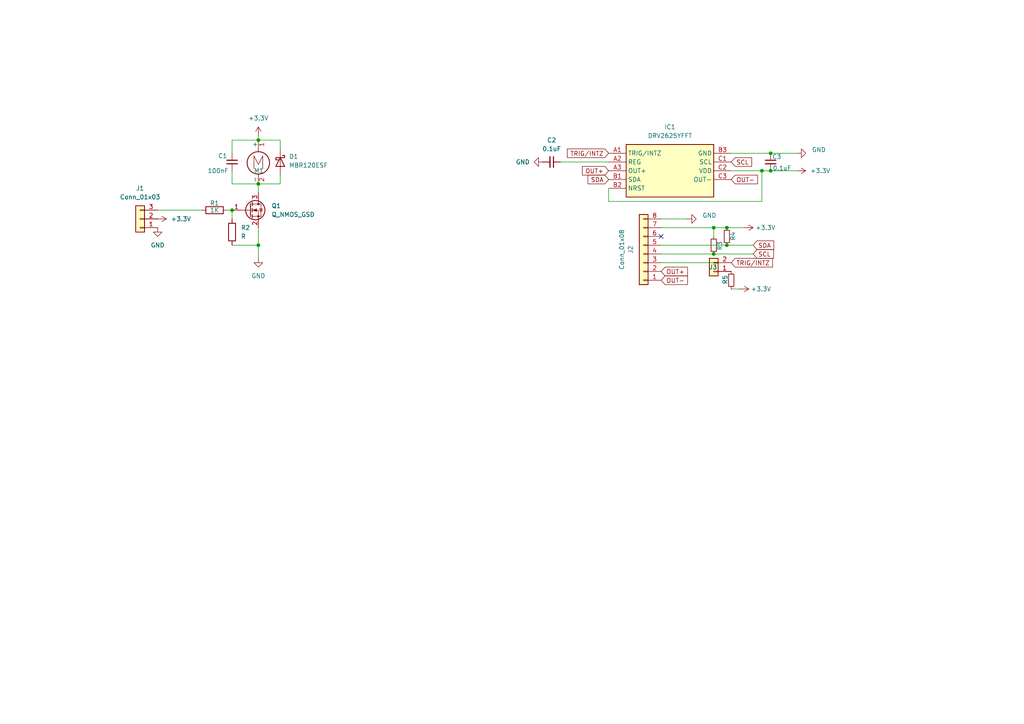
<source format=kicad_sch>
(kicad_sch (version 20231120) (generator "eeschema") (generator_version "8.0")
  (paper "A4")
  (lib_symbols
    (symbol "Connector_Generic:Conn_01x02" (pin_names (offset 1.016) hide)
      (property "Reference" "J" (at 0 2.54 0))
      (property "Value" "Conn_01x02" (at 0 -5.08 0))
      (symbol "Conn_01x02_1_1"
        (rectangle (start -1.27 -2.413) (end 0 -2.667) (stroke (width 0.1524)))
        (rectangle (start -1.27 0.127) (end 0 -0.127) (stroke (width 0.1524)))
        (rectangle (start -1.27 1.27) (end 1.27 -3.81) (stroke (width 0.254)) (fill (type background)))
        (pin passive line (at -5.08 0 0) (length 3.81) (name "Pin_1") (number "1"))
        (pin passive line (at -5.08 -2.54 0) (length 3.81) (name "Pin_2") (number "2"))
      )
    )
    (symbol "Connector_Generic:Conn_01x03" (pin_names (offset 1.016) hide)
      (property "Reference" "J" (at 0 5.08 0))
      (property "Value" "Conn_01x03" (at 0 -5.08 0))
      (symbol "Conn_01x03_1_1"
        (rectangle (start -1.27 -2.413) (end 0 -2.667) (stroke (width 0.1524)))
        (rectangle (start -1.27 0.127) (end 0 -0.127) (stroke (width 0.1524)))
        (rectangle (start -1.27 2.667) (end 0 2.413) (stroke (width 0.1524)))
        (rectangle (start -1.27 3.81) (end 1.27 -3.81) (stroke (width 0.254)) (fill (type background)))
        (pin passive line (at -5.08 2.54 0) (length 3.81) (name "Pin_1") (number "1"))
        (pin passive line (at -5.08 0 0) (length 3.81) (name "Pin_2") (number "2"))
        (pin passive line (at -5.08 -2.54 0) (length 3.81) (name "Pin_3") (number "3"))
      )
    )
    (symbol "Connector_Generic:Conn_01x08" (pin_names (offset 1.016) hide)
      (property "Reference" "J" (at 0 10.16 0))
      (property "Value" "Conn_01x08" (at 0 -12.7 0))
      (symbol "Conn_01x08_1_1"
        (rectangle (start -1.27 -10.033) (end 0 -10.287) (stroke (width 0.1524)))
        (rectangle (start -1.27 -7.493) (end 0 -7.747) (stroke (width 0.1524)))
        (rectangle (start -1.27 -4.953) (end 0 -5.207) (stroke (width 0.1524)))
        (rectangle (start -1.27 -2.413) (end 0 -2.667) (stroke (width 0.1524)))
        (rectangle (start -1.27 0.127) (end 0 -0.127) (stroke (width 0.1524)))
        (rectangle (start -1.27 2.667) (end 0 2.413) (stroke (width 0.1524)))
        (rectangle (start -1.27 5.207) (end 0 4.953) (stroke (width 0.1524)))
        (rectangle (start -1.27 7.747) (end 0 7.493) (stroke (width 0.1524)))
        (rectangle (start -1.27 8.89) (end 1.27 -11.43) (stroke (width 0.254)) (fill (type background)))
        (pin passive line (at -5.08 7.62 0) (length 3.81) (name "Pin_1") (number "1"))
        (pin passive line (at -5.08 5.08 0) (length 3.81) (name "Pin_2") (number "2"))
        (pin passive line (at -5.08 2.54 0) (length 3.81) (name "Pin_3") (number "3"))
        (pin passive line (at -5.08 0 0) (length 3.81) (name "Pin_4") (number "4"))
        (pin passive line (at -5.08 -2.54 0) (length 3.81) (name "Pin_5") (number "5"))
        (pin passive line (at -5.08 -5.08 0) (length 3.81) (name "Pin_6") (number "6"))
        (pin passive line (at -5.08 -7.62 0) (length 3.81) (name "Pin_7") (number "7"))
        (pin passive line (at -5.08 -10.16 0) (length 3.81) (name "Pin_8") (number "8"))
      )
    )
    (symbol "DRV2625YFFT:DRV2625YFFT"
      (property "Reference" "IC" (at 31.75 7.62 0))
      (property "Value" "DRV2625YFFT" (at 31.75 5.08 0))
      (symbol "DRV2625YFFT_1_1"
        (rectangle (start 5.08 2.54) (end 30.48 -12.7) (stroke (width 0.254)) (fill (type background)))
        (pin passive line (at 0 0 0) (length 5.08) (name "TRIG/INTZ") (number "A1"))
        (pin passive line (at 0 -2.54 0) (length 5.08) (name "REG") (number "A2"))
        (pin passive line (at 0 -5.08 0) (length 5.08) (name "OUT+") (number "A3"))
        (pin passive line (at 0 -7.62 0) (length 5.08) (name "SDA") (number "B1"))
        (pin passive line (at 0 -10.16 0) (length 5.08) (name "NRST") (number "B2"))
        (pin passive line (at 35.56 0 180) (length 5.08) (name "GND") (number "B3"))
        (pin passive line (at 35.56 -2.54 180) (length 5.08) (name "SCL") (number "C1"))
        (pin passive line (at 35.56 -5.08 180) (length 5.08) (name "VDD") (number "C2"))
        (pin passive line (at 35.56 -7.62 180) (length 5.08) (name "OUT-") (number "C3"))
      )
    )
    (symbol "Device:C_Small" (pin_numbers hide) (pin_names (offset 0.254) hide)
      (property "Reference" "C" (at 0.254 1.778 0))
      (property "Value" "C_Small" (at 0.254 -2.032 0))
      (symbol "C_Small_0_1"
        (polyline (pts (xy -1.524 -0.508) (xy 1.524 -0.508)) (stroke (width 0.3302)))
        (polyline (pts (xy -1.524 0.508) (xy 1.524 0.508)) (stroke (width 0.3048)))
      )
      (symbol "C_Small_1_1"
        (pin passive line (at 0 2.54 270) (length 2.032) (name "~") (number "1"))
        (pin passive line (at 0 -2.54 90) (length 2.032) (name "~") (number "2"))
      )
    )
    (symbol "Device:D_Schottky" (pin_numbers hide) (pin_names (offset 1.016) hide)
      (property "Reference" "D" (at 0 2.54 0))
      (property "Value" "D_Schottky" (at 0 -2.54 0))
      (symbol "D_Schottky_0_1"
        (polyline (pts (xy 1.27 0) (xy -1.27 0)))
        (polyline (pts (xy 1.27 1.27) (xy 1.27 -1.27) (xy -1.27 0) (xy 1.27 1.27)) (stroke (width 0.254)))
        (polyline (pts (xy -1.905 0.635) (xy -1.905 1.27) (xy -1.27 1.27) (xy -1.27 -1.27) (xy -0.635 -1.27) (xy -0.635 -0.635)) (stroke (width 0.254)))
      )
      (symbol "D_Schottky_1_1"
        (pin passive line (at -3.81 0 0) (length 2.54) (name "K") (number "1"))
        (pin passive line (at 3.81 0 180) (length 2.54) (name "A") (number "2"))
      )
    )
    (symbol "Device:Q_NMOS_GSD" (pin_names (offset 0) hide)
      (property "Reference" "Q" (at 5.08 1.27 0))
      (property "Value" "Q_NMOS_GSD" (at 5.08 -1.27 0))
      (symbol "Q_NMOS_GSD_0_1"
        (polyline (pts (xy 0.254 0) (xy -2.54 0)))
        (polyline (pts (xy 0.254 1.905) (xy 0.254 -1.905)) (stroke (width 0.254)))
        (polyline (pts (xy 0.762 -1.27) (xy 0.762 -2.286)) (stroke (width 0.254)))
        (polyline (pts (xy 0.762 0.508) (xy 0.762 -0.508)) (stroke (width 0.254)))
        (polyline (pts (xy 0.762 2.286) (xy 0.762 1.27)) (stroke (width 0.254)))
        (polyline (pts (xy 2.54 2.54) (xy 2.54 1.778)))
        (polyline (pts (xy 2.54 -2.54) (xy 2.54 0) (xy 0.762 0)))
        (polyline (pts (xy 0.762 -1.778) (xy 3.302 -1.778) (xy 3.302 1.778) (xy 0.762 1.778)))
        (polyline (pts (xy 1.016 0) (xy 2.032 0.381) (xy 2.032 -0.381) (xy 1.016 0)) (fill (type outline)))
        (polyline (pts (xy 2.794 0.508) (xy 2.921 0.381) (xy 3.683 0.381) (xy 3.81 0.254)))
        (polyline (pts (xy 3.302 0.381) (xy 2.921 -0.254) (xy 3.683 -0.254) (xy 3.302 0.381)))
        (circle (center 1.651 0) (radius 2.794) (stroke (width 0.254)))
        (circle (center 2.54 -1.778) (radius 0.254) (fill (type outline)))
        (circle (center 2.54 1.778) (radius 0.254) (fill (type outline)))
      )
      (symbol "Q_NMOS_GSD_1_1"
        (pin input line (at -5.08 0 0) (length 2.54) (name "G") (number "1"))
        (pin passive line (at 2.54 -5.08 90) (length 2.54) (name "S") (number "2"))
        (pin passive line (at 2.54 5.08 270) (length 2.54) (name "D") (number "3"))
      )
    )
    (symbol "Device:R" (pin_numbers hide) (pin_names (offset 0))
      (property "Reference" "R" (at 2.032 0 90))
      (property "Value" "R" (at 0 0 90))
      (symbol "R_0_1"
        (rectangle (start -1.016 -2.54) (end 1.016 2.54) (stroke (width 0.254)))
      )
      (symbol "R_1_1"
        (pin passive line (at 0 3.81 270) (length 1.27) (name "~") (number "1"))
        (pin passive line (at 0 -3.81 90) (length 1.27) (name "~") (number "2"))
      )
    )
    (symbol "Device:R_Small" (pin_numbers hide) (pin_names (offset 0.254) hide)
      (property "Reference" "R" (at 0.762 0.508 0))
      (property "Value" "R_Small" (at 0.762 -1.016 0))
      (symbol "R_Small_0_1"
        (rectangle (start -0.762 1.778) (end 0.762 -1.778) (stroke (width 0.2032)))
      )
      (symbol "R_Small_1_1"
        (pin passive line (at 0 2.54 270) (length 0.762) (name "~") (number "1"))
        (pin passive line (at 0 -2.54 90) (length 0.762) (name "~") (number "2"))
      )
    )
    (symbol "Motor:Motor_DC" (pin_names (offset 0))
      (property "Reference" "M" (at 2.54 2.54 0))
      (property "Value" "Motor_DC" (at 2.54 -5.08 0))
      (symbol "Motor_DC_0_0"
        (polyline (pts (xy -1.27 -3.302) (xy -1.27 0.508) (xy 0 -2.032) (xy 1.27 0.508) (xy 1.27 -3.302)))
      )
      (symbol "Motor_DC_0_1"
        (circle (center 0 -1.524) (radius 3.2512) (stroke (width 0.254)))
        (polyline (pts (xy 0 -7.62) (xy 0 -7.112)))
        (polyline (pts (xy 0 -4.7752) (xy 0 -5.1816)))
        (polyline (pts (xy 0 1.7272) (xy 0 2.0828)))
        (polyline (pts (xy 0 2.032) (xy 0 2.54)))
      )
      (symbol "Motor_DC_1_1"
        (pin passive line (at 0 5.08 270) (length 2.54) (name "+") (number "1"))
        (pin passive line (at 0 -7.62 90) (length 2.54) (name "-") (number "2"))
      )
    )
    (symbol "power:+3.3V" (power) (pin_numbers hide) (pin_names (offset 0) hide)
      (property "Value" "+3.3V" (at 0 3.556 0))
      (symbol "+3.3V_0_1"
        (polyline (pts (xy -0.762 1.27) (xy 0 2.54)))
        (polyline (pts (xy 0 0) (xy 0 2.54)))
        (polyline (pts (xy 0 2.54) (xy 0.762 1.27)))
      )
      (symbol "+3.3V_1_1"
        (pin power_in line (at 0 0 90) (length 0) (name "~") (number "1"))
      )
    )
    (symbol "power:GND" (power) (pin_numbers hide) (pin_names (offset 0) hide)
      (property "Value" "GND" (at 0 -3.81 0))
      (symbol "GND_0_1"
        (polyline (pts (xy 0 0) (xy 0 -1.27) (xy 1.27 -1.27) (xy 0 -2.54) (xy -1.27 -1.27) (xy 0 -1.27)))
      )
      (symbol "GND_1_1"
        (pin power_in line (at 0 0 270) (length 0) (name "~") (number "1"))
      )
    )
  )
  (junction (at 207.01 73.66))
  (junction (at 74.93 40.64))
  (junction (at 74.93 53.34))
  (junction (at 223.52 49.53))
  (junction (at 74.93 71.12))
  (junction (at 207.01 66.04))
  (junction (at 220.98 49.53))
  (junction (at 223.52 44.45))
  (junction (at 210.82 66.04))
  (junction (at 210.82 71.12))
  (junction (at 67.31 60.96))
  (no_connect (at 191.77 68.58))
  (wire (pts (xy 67.31 49.53) (xy 67.31 53.34)))
  (wire (pts (xy 66.04 60.96) (xy 67.31 60.96)))
  (wire (pts (xy 67.31 71.12) (xy 74.93 71.12)))
  (wire (pts (xy 210.82 71.12) (xy 191.77 71.12)))
  (wire (pts (xy 162.56 46.99) (xy 176.53 46.99)))
  (wire (pts (xy 199.39 63.5) (xy 191.77 63.5)))
  (wire (pts (xy 223.52 44.45) (xy 212.09 44.45)))
  (wire (pts (xy 223.52 49.53) (xy 231.14 49.53)))
  (wire (pts (xy 207.01 66.04) (xy 207.01 68.58)))
  (wire (pts (xy 67.31 60.96) (xy 67.31 63.5)))
  (wire (pts (xy 215.9 66.04) (xy 210.82 66.04)))
  (wire (pts (xy 74.93 40.64) (xy 67.31 40.64)))
  (wire (pts (xy 212.09 49.53) (xy 220.98 49.53)))
  (wire (pts (xy 45.72 60.96) (xy 58.42 60.96)))
  (wire (pts (xy 74.93 53.34) (xy 74.93 55.88)))
  (wire (pts (xy 231.14 44.45) (xy 223.52 44.45)))
  (wire (pts (xy 81.28 50.8) (xy 81.28 53.34)))
  (wire (pts (xy 210.82 66.04) (xy 207.01 66.04)))
  (wire (pts (xy 207.01 73.66) (xy 191.77 73.66)))
  (wire (pts (xy 81.28 43.18) (xy 81.28 40.64)))
  (wire (pts (xy 74.93 53.34) (xy 81.28 53.34)))
  (wire (pts (xy 220.98 58.42) (xy 220.98 49.53)))
  (wire (pts (xy 220.98 49.53) (xy 223.52 49.53)))
  (wire (pts (xy 191.77 76.2) (xy 212.09 76.2)))
  (wire (pts (xy 176.53 58.42) (xy 220.98 58.42)))
  (wire (pts (xy 74.93 39.37) (xy 74.93 40.64)))
  (wire (pts (xy 207.01 73.66) (xy 218.44 73.66)))
  (wire (pts (xy 176.53 54.61) (xy 176.53 58.42)))
  (wire (pts (xy 81.28 40.64) (xy 74.93 40.64)))
  (wire (pts (xy 74.93 66.04) (xy 74.93 71.12)))
  (wire (pts (xy 207.01 66.04) (xy 191.77 66.04)))
  (wire (pts (xy 67.31 40.64) (xy 67.31 44.45)))
  (wire (pts (xy 218.44 71.12) (xy 210.82 71.12)))
  (wire (pts (xy 74.93 71.12) (xy 74.93 74.93)))
  (wire (pts (xy 67.31 53.34) (xy 74.93 53.34)))
  (wire (pts (xy 212.09 83.82) (xy 214.63 83.82)))
  (global_label "OUT+" (shape input) (at 176.53 49.53 180) (property "Intersheetrefs" "${INTERSHEET_REFS}" (effects (hide yes))))
  (global_label "SCL" (shape input) (at 218.44 73.66 0) (property "Intersheetrefs" "${INTERSHEET_REFS}" (effects (hide yes))))
  (global_label "SCL" (shape input) (at 212.09 46.99 0) (property "Intersheetrefs" "${INTERSHEET_REFS}" (effects (hide yes))))
  (global_label "OUT-" (shape input) (at 191.77 81.28 0) (property "Intersheetrefs" "${INTERSHEET_REFS}" (effects (hide yes))))
  (global_label "SDA" (shape input) (at 176.53 52.07 180) (property "Intersheetrefs" "${INTERSHEET_REFS}" (effects (hide yes))))
  (global_label "TRIG{slash}INTZ" (shape input) (at 176.53 44.45 180) (property "Intersheetrefs" "${INTERSHEET_REFS}" (effects (hide yes))))
  (global_label "OUT+" (shape input) (at 191.77 78.74 0) (property "Intersheetrefs" "${INTERSHEET_REFS}" (effects (hide yes))))
  (global_label "TRIG{slash}INTZ" (shape input) (at 212.09 76.2 0) (property "Intersheetrefs" "${INTERSHEET_REFS}" (effects (hide yes))))
  (global_label "OUT-" (shape input) (at 212.09 52.07 0) (property "Intersheetrefs" "${INTERSHEET_REFS}" (effects (hide yes))))
  (global_label "SDA" (shape input) (at 218.44 71.12 0) (property "Intersheetrefs" "${INTERSHEET_REFS}" (effects (hide yes))))
  (symbol (lib_id "power:+3.3V") (at 45.72 63.5 270) (unit 1)
    (property "Reference" "#PWR02" (effects (hide yes)))
    (property "Value" "+3.3V" (at 49.53 63.4999 90) (effects (justify left)))
    (property "Description" "Power symbol creates a global label with name \"+3.3V\"" (effects (hide yes)))
  )
  (symbol (lib_id "Device:R_Small") (at 207.01 71.12 0) (unit 1)
    (property "Reference" "R3" (at 208.788 72.644 90) (effects (justify left)))
    (property "Value" "R_Small" (effects (hide yes)))
    (property "Footprint" "Resistor_SMD:R_0603_1608Metric_Pad0.98x0.95mm_HandSolder" (effects (hide yes)))
    (property "Description" "Resistor, small symbol" (effects (hide yes)))
  )
  (symbol (lib_id "power:GND") (at 231.14 44.45 90) (unit 1)
    (property "Reference" "#PWR07" (effects (hide yes)))
    (property "Value" "GND" (at 235.458 43.434 90) (effects (justify right)))
    (property "Description" "Power symbol creates a global label with name \"GND\" , ground" (effects (hide yes)))
  )
  (symbol (lib_id "Device:R_Small") (at 212.09 81.28 180) (unit 1)
    (property "Reference" "R5" (at 210.312 79.756 90) (effects (justify left)))
    (property "Value" "R_Small" (effects (hide yes)))
    (property "Footprint" "Resistor_SMD:R_0603_1608Metric_Pad0.98x0.95mm_HandSolder" (effects (hide yes)))
    (property "Description" "Resistor, small symbol" (effects (hide yes)))
  )
  (symbol (lib_id "Device:C_Small") (at 160.02 46.99 270) (unit 1)
    (property "Reference" "C2" (at 160.0136 40.64 90))
    (property "Value" "0.1uF" (at 160.0136 43.18 90))
    (property "Footprint" "Capacitor_SMD:C_0603_1608Metric_Pad1.08x0.95mm_HandSolder" (effects (hide yes)))
    (property "Description" "Unpolarized capacitor, small symbol" (effects (hide yes)))
  )
  (symbol (lib_id "power:GND") (at 199.39 63.5 90) (unit 1)
    (property "Reference" "#PWR08" (effects (hide yes)))
    (property "Value" "GND" (at 203.708 62.484 90) (effects (justify right)))
    (property "Description" "Power symbol creates a global label with name \"GND\" , ground" (effects (hide yes)))
  )
  (symbol (lib_id "power:GND") (at 157.48 46.99 270) (unit 1)
    (property "Reference" "#PWR05" (effects (hide yes)))
    (property "Value" "GND" (at 153.67 46.9899 90) (effects (justify right)))
    (property "Description" "Power symbol creates a global label with name \"GND\" , ground" (effects (hide yes)))
  )
  (symbol (lib_id "Device:R_Small") (at 210.82 68.58 0) (unit 1)
    (property "Reference" "R4" (at 212.598 69.85 90) (effects (justify left)))
    (property "Value" "R_Small" (effects (hide yes)))
    (property "Footprint" "Resistor_SMD:R_0603_1608Metric_Pad0.98x0.95mm_HandSolder" (effects (hide yes)))
    (property "Description" "Resistor, small symbol" (effects (hide yes)))
  )
  (symbol (lib_id "Device:R") (at 67.31 67.31 0) (unit 1)
    (property "Reference" "R2" (at 69.85 66.0399 0) (effects (justify left)))
    (property "Value" "R" (at 69.85 68.5799 0) (effects (justify left)))
    (property "Footprint" "Resistor_SMD:R_0603_1608Metric_Pad0.98x0.95mm_HandSolder" (effects (hide yes)))
    (property "Description" "Resistor" (effects (hide yes)))
  )
  (symbol (lib_id "DRV2625YFFT:DRV2625YFFT") (at 176.53 44.45 0) (unit 1)
    (property "Reference" "IC1" (at 194.31 36.83 0))
    (property "Value" "DRV2625YFFT" (at 194.31 39.37 0))
    (property "Footprint" "DRV2625YFFT:BGA9C40P3X3_147X133X62" (effects (hide yes)))
    (property "Datasheet" "http://www.ti.com/lit/gpn/DRV2625" (effects (hide yes)))
    (property "Description" "Advanced ERM & LRA Haptics Driver with Smart Loop and Embedded Effects Library" (effects (hide yes)))
    (property "Height" "0.625" (effects (hide yes)))
    (property "Manufacturer_Name" "Texas Instruments" (effects (hide yes)))
    (property "Manufacturer_Part_Number" "DRV2625YFFT" (effects (hide yes)))
    (property "Mouser Part Number" "595-DRV2625YFFT" (effects (hide yes)))
    (property "Mouser Price/Stock" "https://www.mouser.co.uk/ProductDetail/Texas-Instruments/DRV2625YFFT?qs=n%252BTO0c4TDSZ6RD6%2F2RUTKg%3D%3D" (effects (hide yes)))
    (property "Arrow Part Number" "DRV2625YFFT" (effects (hide yes)))
    (property "Arrow Price/Stock" "https://www.arrow.com/en/products/drv2625yfft/texas-instruments?region=nac" (effects (hide yes)))
  )
  (symbol (lib_id "Connector_Generic:Conn_01x03") (at 40.64 63.5 180) (unit 1)
    (property "Reference" "J1" (at 40.64 54.61 0))
    (property "Value" "Conn_01x03" (at 40.64 57.15 0))
    (property "Footprint" "Connector_PinHeader_2.54mm:PinHeader_1x03_P2.54mm_Vertical" (effects (hide yes)))
    (property "Description" "Generic connector, single row, 01x03, script generated (kicad-library-utils/schlib/autogen/connector/)" (effects (hide yes)))
  )
  (symbol (lib_id "Connector_Generic:Conn_01x08") (at 186.69 73.66 180) (unit 1)
    (property "Reference" "J2" (at 182.88 72.39 90))
    (property "Value" "Conn_01x08" (at 180.34 72.39 90))
    (property "Footprint" "Connector_PinHeader_2.54mm:PinHeader_1x08_P2.54mm_Vertical" (effects (hide yes)))
    (property "Description" "Generic connector, single row, 01x08, script generated (kicad-library-utils/schlib/autogen/connector/)" (effects (hide yes)))
  )
  (symbol (lib_id "Device:C_Small") (at 223.52 46.99 0) (unit 1)
    (property "Reference" "C3" (at 225.298 45.466 0))
    (property "Value" "0.1uF" (at 226.822 48.768 0))
    (property "Footprint" "Capacitor_SMD:C_0603_1608Metric_Pad1.08x0.95mm_HandSolder" (effects (hide yes)))
    (property "Description" "Unpolarized capacitor, small symbol" (effects (hide yes)))
  )
  (symbol (lib_id "power:+3.3V") (at 215.9 66.04 270) (unit 1)
    (property "Reference" "#PWR09" (effects (hide yes)))
    (property "Value" "+3.3V" (at 221.996 66.04 90))
    (property "Description" "Power symbol creates a global label with name \"+3.3V\"" (effects (hide yes)))
  )
  (symbol (lib_id "power:GND") (at 74.93 74.93 0) (unit 1)
    (property "Reference" "#PWR03" (effects (hide yes)))
    (property "Value" "GND" (at 74.93 80.01 0))
    (property "Description" "Power symbol creates a global label with name \"GND\" , ground" (effects (hide yes)))
  )
  (symbol (lib_id "Connector_Generic:Conn_01x02") (at 207.01 78.74 180) (unit 1)
    (property "Reference" "J3" (at 208.026 77.47 0) (effects (justify left)))
    (property "Value" "Conn_01x02" (effects (hide yes)))
    (property "Footprint" "Connector_PinHeader_2.54mm:PinHeader_1x02_P2.54mm_Vertical" (effects (hide yes)))
    (property "Description" "Generic connector, single row, 01x02, script generated (kicad-library-utils/schlib/autogen/connector/)" (effects (hide yes)))
  )
  (symbol (lib_id "Motor:Motor_DC") (at 74.93 45.72 0) (unit 1)
    (property "Reference" "M1" (at 73.66 49.53 0) (effects (justify left)))
    (property "Value" "Motor_DC" (effects (hide yes)))
    (property "Footprint" "Connector_PinHeader_2.54mm:PinHeader_1x02_P2.54mm_Vertical" (effects (hide yes)))
    (property "Description" "DC Motor" (effects (hide yes)))
  )
  (symbol (lib_id "Device:Q_NMOS_GSD") (at 72.39 60.96 0) (unit 1)
    (property "Reference" "Q1" (at 78.74 59.6899 0) (effects (justify left)))
    (property "Value" "Q_NMOS_GSD" (at 78.74 62.2299 0) (effects (justify left)))
    (property "Footprint" "Package_TO_SOT_SMD:TSOT-23_HandSoldering" (effects (hide yes)))
    (property "Description" "N-MOSFET transistor, gate/source/drain" (effects (hide yes)))
  )
  (symbol (lib_id "power:+3.3V") (at 214.63 83.82 270) (unit 1)
    (property "Reference" "#PWR010" (effects (hide yes)))
    (property "Value" "+3.3V" (at 220.726 83.82 90))
    (property "Description" "Power symbol creates a global label with name \"+3.3V\"" (effects (hide yes)))
  )
  (symbol (lib_id "power:+3.3V") (at 74.93 39.37 0) (unit 1)
    (property "Reference" "#PWR04" (effects (hide yes)))
    (property "Value" "+3.3V" (at 74.93 34.29 0))
    (property "Description" "Power symbol creates a global label with name \"+3.3V\"" (effects (hide yes)))
  )
  (symbol (lib_id "Device:R") (at 62.23 60.96 90) (unit 1)
    (property "Reference" "R1" (at 62.23 58.928 90))
    (property "Value" "1K" (at 62.23 60.96 90))
    (property "Footprint" "Resistor_SMD:R_0603_1608Metric_Pad0.98x0.95mm_HandSolder" (effects (hide yes)))
    (property "Description" "Resistor" (effects (hide yes)))
  )
  (symbol (lib_id "power:GND") (at 45.72 66.04 0) (unit 1)
    (property "Reference" "#PWR01" (effects (hide yes)))
    (property "Value" "GND" (at 45.72 71.12 0))
    (property "Description" "Power symbol creates a global label with name \"GND\" , ground" (effects (hide yes)))
  )
  (symbol (lib_id "power:+3.3V") (at 231.14 49.53 270) (unit 1)
    (property "Reference" "#PWR06" (effects (hide yes)))
    (property "Value" "+3.3V" (at 234.95 49.5299 90) (effects (justify left)))
    (property "Description" "Power symbol creates a global label with name \"+3.3V\"" (effects (hide yes)))
  )
  (symbol (lib_id "Device:D_Schottky") (at 81.28 46.99 270) (unit 1)
    (property "Reference" "D1" (at 83.82 45.4024 90) (effects (justify left)))
    (property "Value" "MBR120ESF" (at 83.82 47.9424 90) (effects (justify left)))
    (property "Footprint" "Diode_SMD:D_SOD-123F" (effects (hide yes)))
    (property "Description" "Schottky diode" (effects (hide yes)))
  )
  (symbol (lib_id "Device:C_Small") (at 67.31 46.99 180) (unit 1)
    (property "Reference" "C1" (at 63.246 45.212 0) (effects (justify right)))
    (property "Value" "100nF" (at 60.198 49.53 0) (effects (justify right)))
    (property "Footprint" "Capacitor_SMD:C_0603_1608Metric_Pad1.08x0.95mm_HandSolder" (effects (hide yes)))
    (property "Description" "Unpolarized capacitor, small symbol" (effects (hide yes)))
  )
)
</source>
